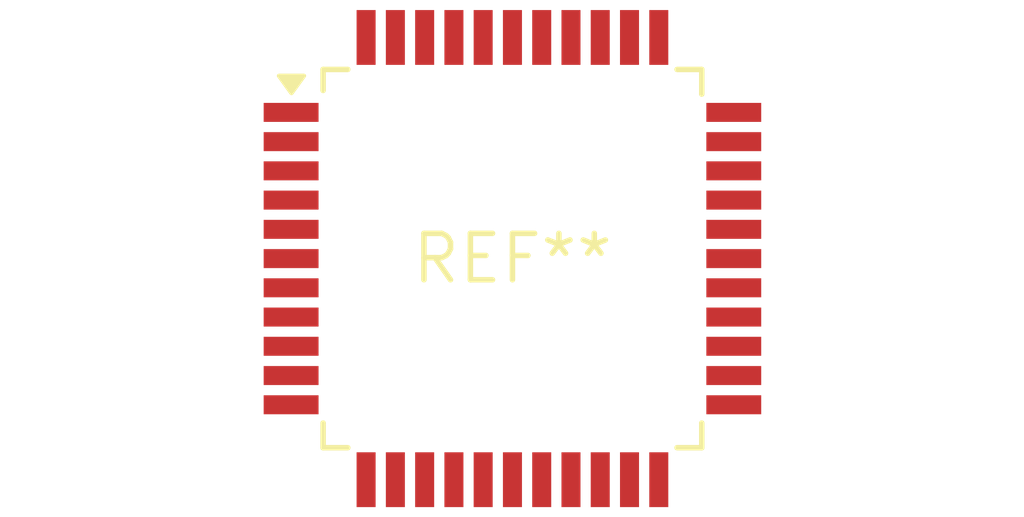
<source format=kicad_pcb>
(kicad_pcb (version 20240108) (generator pcbnew)
  (layers (0 "F.Cu" signal) (31 "B.Cu" signal) (34 "B.Paste" user) (35 "F.Paste" user) (36 "B.SilkS" user "B.Silkscreen") (37 "F.SilkS" user "F.Silkscreen") (38 "B.Mask" user) (39 "F.Mask" user) (44 "Edge.Cuts" user))
  (net 0 "")
  (footprint "PQFP-44_10x10mm_P0.8mm" (layer "F.Cu") (at 0 0)
    (property "Reference" "REF**")
    (property "Value" "PQFP-44_10x10mm_P0.8mm")
    (fp_line (start -5.175 -5.175) (end -5.175 -4.6) (layer "F.SilkS") (stroke (width 0.15)))
    (fp_line (start -5.175 -5.175) (end -4.5 -5.175) (layer "F.SilkS") (stroke (width 0.15)))
    (fp_line (start -5.175 5.175) (end -5.175 4.5) (layer "F.SilkS") (stroke (width 0.15)))
    (fp_line (start -5.175 5.175) (end -4.5 5.175) (layer "F.SilkS") (stroke (width 0.15)))
    (fp_line (start 5.175 -5.175) (end 4.5 -5.175) (layer "F.SilkS") (stroke (width 0.15)))
    (fp_line (start 5.175 -5.175) (end 5.175 -4.5) (layer "F.SilkS") (stroke (width 0.15)))
    (fp_line (start 5.175 5.175) (end 4.5 5.175) (layer "F.SilkS") (stroke (width 0.15)))
    (fp_line (start 5.175 5.175) (end 5.175 4.5) (layer "F.SilkS") (stroke (width 0.15)))
    (fp_poly (pts (xy -6.04 -4.53) (xy -6.38 -5) (xy -5.7 -5) (xy -6.04 -4.53)) (layer "F.SilkS") (stroke (width 0.12)) (fill solid))
    (pad "1" smd rect (at -6.05 -4) (size 1.5 0.52) (layers "F.Cu" "F.Paste" "F.Mask"))
    (pad "2" smd rect (at -6.05 -3.2) (size 1.5 0.52) (layers "F.Cu" "F.Paste" "F.Mask"))
    (pad "3" smd rect (at -6.05 -2.4) (size 1.5 0.52) (layers "F.Cu" "F.Paste" "F.Mask"))
    (pad "4" smd rect (at -6.05 -1.6) (size 1.5 0.52) (layers "F.Cu" "F.Paste" "F.Mask"))
    (pad "5" smd rect (at -6.05 -0.8) (size 1.5 0.52) (layers "F.Cu" "F.Paste" "F.Mask"))
    (pad "6" smd rect (at -6.05 0) (size 1.5 0.52) (layers "F.Cu" "F.Paste" "F.Mask"))
    (pad "7" smd rect (at -6.05 0.8) (size 1.5 0.52) (layers "F.Cu" "F.Paste" "F.Mask"))
    (pad "8" smd rect (at -6.05 1.6) (size 1.5 0.52) (layers "F.Cu" "F.Paste" "F.Mask"))
    (pad "9" smd rect (at -6.05 2.4) (size 1.5 0.52) (layers "F.Cu" "F.Paste" "F.Mask"))
    (pad "10" smd rect (at -6.05 3.2) (size 1.5 0.52) (layers "F.Cu" "F.Paste" "F.Mask"))
    (pad "11" smd rect (at -6.05 4) (size 1.5 0.52) (layers "F.Cu" "F.Paste" "F.Mask"))
    (pad "12" smd rect (at -4 6.05) (size 0.52 1.5) (layers "F.Cu" "F.Paste" "F.Mask"))
    (pad "13" smd rect (at -3.2 6.05) (size 0.52 1.5) (layers "F.Cu" "F.Paste" "F.Mask"))
    (pad "14" smd rect (at -2.4 6.05) (size 0.52 1.5) (layers "F.Cu" "F.Paste" "F.Mask"))
    (pad "15" smd rect (at -1.6 6.05) (size 0.52 1.5) (layers "F.Cu" "F.Paste" "F.Mask"))
    (pad "16" smd rect (at -0.8 6.05) (size 0.52 1.5) (layers "F.Cu" "F.Paste" "F.Mask"))
    (pad "17" smd rect (at 0 6.05) (size 0.52 1.5) (layers "F.Cu" "F.Paste" "F.Mask"))
    (pad "18" smd rect (at 0.8 6.05) (size 0.52 1.5) (layers "F.Cu" "F.Paste" "F.Mask"))
    (pad "19" smd rect (at 1.6 6.05) (size 0.52 1.5) (layers "F.Cu" "F.Paste" "F.Mask"))
    (pad "20" smd rect (at 2.4 6.05) (size 0.52 1.5) (layers "F.Cu" "F.Paste" "F.Mask"))
    (pad "21" smd rect (at 3.2 6.05) (size 0.52 1.5) (layers "F.Cu" "F.Paste" "F.Mask"))
    (pad "22" smd rect (at 4 6.05) (size 0.52 1.5) (layers "F.Cu" "F.Paste" "F.Mask"))
    (pad "23" smd rect (at 6.05 4) (size 1.5 0.52) (layers "F.Cu" "F.Paste" "F.Mask"))
    (pad "24" smd rect (at 6.05 3.2) (size 1.5 0.52) (layers "F.Cu" "F.Paste" "F.Mask"))
    (pad "25" smd rect (at 6.05 2.4) (size 1.5 0.52) (layers "F.Cu" "F.Paste" "F.Mask"))
    (pad "26" smd rect (at 6.05 1.6) (size 1.5 0.52) (layers "F.Cu" "F.Paste" "F.Mask"))
    (pad "27" smd rect (at 6.05 0.8) (size 1.5 0.52) (layers "F.Cu" "F.Paste" "F.Mask"))
    (pad "28" smd rect (at 6.05 0) (size 1.5 0.52) (layers "F.Cu" "F.Paste" "F.Mask"))
    (pad "29" smd rect (at 6.05 -0.8) (size 1.5 0.52) (layers "F.Cu" "F.Paste" "F.Mask"))
    (pad "30" smd rect (at 6.05 -1.6) (size 1.5 0.52) (layers "F.Cu" "F.Paste" "F.Mask"))
    (pad "31" smd rect (at 6.05 -2.4) (size 1.5 0.52) (layers "F.Cu" "F.Paste" "F.Mask"))
    (pad "32" smd rect (at 6.05 -3.2) (size 1.5 0.52) (layers "F.Cu" "F.Paste" "F.Mask"))
    (pad "33" smd rect (at 6.05 -4) (size 1.5 0.52) (layers "F.Cu" "F.Paste" "F.Mask"))
    (pad "34" smd rect (at 4 -6.05) (size 0.52 1.5) (layers "F.Cu" "F.Paste" "F.Mask"))
    (pad "35" smd rect (at 3.2 -6.05) (size 0.52 1.5) (layers "F.Cu" "F.Paste" "F.Mask"))
    (pad "36" smd rect (at 2.4 -6.05) (size 0.52 1.5) (layers "F.Cu" "F.Paste" "F.Mask"))
    (pad "37" smd rect (at 1.6 -6.05) (size 0.52 1.5) (layers "F.Cu" "F.Paste" "F.Mask"))
    (pad "38" smd rect (at 0.8 -6.05) (size 0.52 1.5) (layers "F.Cu" "F.Paste" "F.Mask"))
    (pad "39" smd rect (at 0 -6.05) (size 0.52 1.5) (layers "F.Cu" "F.Paste" "F.Mask"))
    (pad "40" smd rect (at -0.8 -6.05) (size 0.52 1.5) (layers "F.Cu" "F.Paste" "F.Mask"))
    (pad "41" smd rect (at -1.6 -6.05) (size 0.52 1.5) (layers "F.Cu" "F.Paste" "F.Mask"))
    (pad "42" smd rect (at -2.4 -6.05) (size 0.52 1.5) (layers "F.Cu" "F.Paste" "F.Mask"))
    (pad "43" smd rect (at -3.2 -6.05) (size 0.52 1.5) (layers "F.Cu" "F.Paste" "F.Mask"))
    (pad "44" smd rect (at -4 -6.05) (size 0.52 1.5) (layers "F.Cu" "F.Paste" "F.Mask"))
  )
)
</source>
